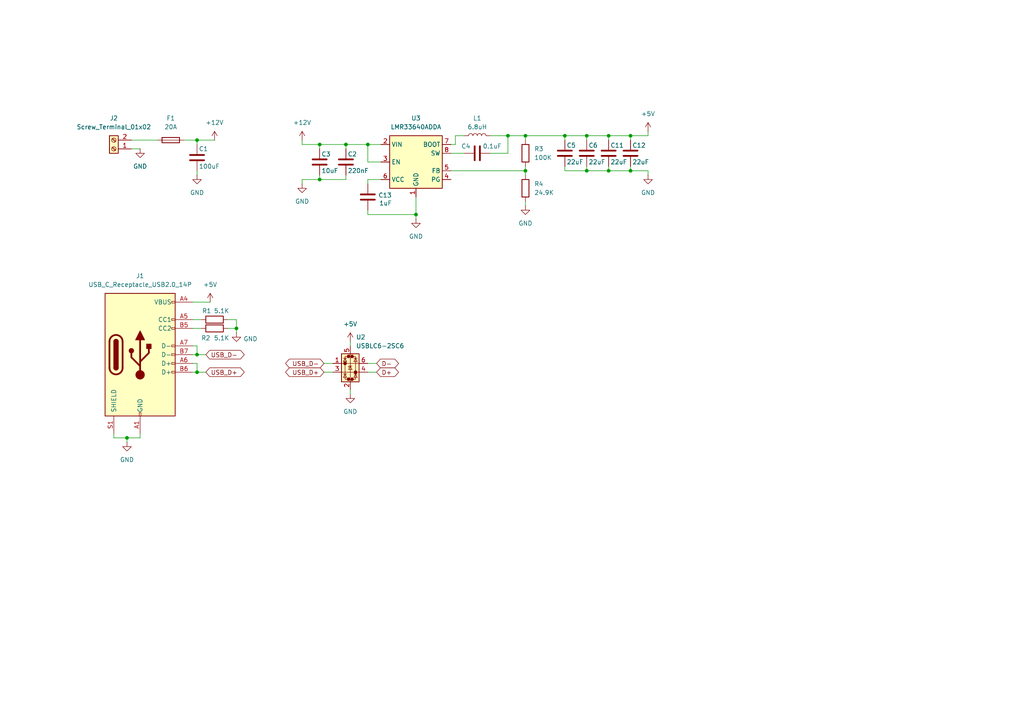
<source format=kicad_sch>
(kicad_sch (version 20250114) (generator "eeschema") (generator_version "9.0")
  (paper "A4")
  (lib_symbols
    (symbol "Connector:Screw_Terminal_01x02" (pin_names (offset 1.016) (hide yes))
      (property "Reference" "J" (at 0 2.54 0))
      (property "Value" "Screw_Terminal_01x02" (at 0 -5.08 0))
      (symbol "Screw_Terminal_01x02_1_1"
        (rectangle (start -1.27 1.27) (end 1.27 -3.81) (stroke (width 0.254)) (fill (type background)))
        (polyline (pts (xy -0.5334 0.3302) (xy 0.3302 -0.508)) (stroke (width 0.1524)))
        (polyline (pts (xy -0.5334 -2.2098) (xy 0.3302 -3.048)) (stroke (width 0.1524)))
        (polyline (pts (xy -0.3556 0.508) (xy 0.508 -0.3302)) (stroke (width 0.1524)))
        (polyline (pts (xy -0.3556 -2.032) (xy 0.508 -2.8702)) (stroke (width 0.1524)))
        (circle (center 0 0) (radius 0.635) (stroke (width 0.1524)))
        (circle (center 0 -2.54) (radius 0.635) (stroke (width 0.1524)))
        (pin passive line (at -5.08 0 0) (length 3.81) (name "Pin_1") (number "1"))
        (pin passive line (at -5.08 -2.54 0) (length 3.81) (name "Pin_2") (number "2"))
      )
    )
    (symbol "Connector:USB_C_Receptacle_USB2.0_14P" (pin_names (offset 1.016))
      (property "Reference" "J" (at 0 22.225 0))
      (property "Value" "USB_C_Receptacle_USB2.0_14P" (at 0 19.685 0))
      (symbol "USB_C_Receptacle_USB2.0_14P_0_0"
        (rectangle (start -0.254 -17.78) (end 0.254 -16.764))
        (rectangle (start 10.16 15.494) (end 9.144 14.986))
        (rectangle (start 10.16 10.414) (end 9.144 9.906))
        (rectangle (start 10.16 7.874) (end 9.144 7.366))
        (rectangle (start 10.16 2.794) (end 9.144 2.286))
        (rectangle (start 10.16 0.254) (end 9.144 -0.254))
        (rectangle (start 10.16 -2.286) (end 9.144 -2.794))
        (rectangle (start 10.16 -4.826) (end 9.144 -5.334))
      )
      (symbol "USB_C_Receptacle_USB2.0_14P_0_1"
        (rectangle (start -10.16 17.78) (end 10.16 -17.78) (stroke (width 0.254)) (fill (type background)))
        (polyline (pts (xy -8.89 -3.81) (xy -8.89 3.81)) (stroke (width 0.508)))
        (rectangle (start -7.62 -3.81) (end -6.35 3.81) (stroke (width 0.254)) (fill (type outline)))
        (arc (start -7.62 3.81) (mid -6.985 4.4423) (end -6.35 3.81) (stroke (width 0.254)))
        (arc (start -7.62 3.81) (mid -6.985 4.4423) (end -6.35 3.81) (stroke (width 0.254)) (fill (type outline)))
        (arc (start -8.89 3.81) (mid -6.985 5.7067) (end -5.08 3.81) (stroke (width 0.508)))
        (arc (start -5.08 -3.81) (mid -6.985 -5.7067) (end -8.89 -3.81) (stroke (width 0.508)))
        (arc (start -6.35 -3.81) (mid -6.985 -4.4423) (end -7.62 -3.81) (stroke (width 0.254)))
        (arc (start -6.35 -3.81) (mid -6.985 -4.4423) (end -7.62 -3.81) (stroke (width 0.254)) (fill (type outline)))
        (polyline (pts (xy -5.08 3.81) (xy -5.08 -3.81)) (stroke (width 0.508)))
        (circle (center -2.54 1.143) (radius 0.635) (stroke (width 0.254)) (fill (type outline)))
        (polyline (pts (xy -1.27 4.318) (xy 0 6.858) (xy 1.27 4.318) (xy -1.27 4.318)) (stroke (width 0.254)) (fill (type outline)))
        (polyline (pts (xy 0 -2.032) (xy 2.54 0.508) (xy 2.54 1.778)) (stroke (width 0.508)))
        (polyline (pts (xy 0 -3.302) (xy -2.54 -0.762) (xy -2.54 0.508)) (stroke (width 0.508)))
        (polyline (pts (xy 0 -5.842) (xy 0 4.318)) (stroke (width 0.508)))
        (circle (center 0 -5.842) (radius 1.27) (fill (type outline)))
        (rectangle (start 1.905 1.778) (end 3.175 3.048) (stroke (width 0.254)) (fill (type outline)))
      )
      (symbol "USB_C_Receptacle_USB2.0_14P_1_1"
        (pin passive line (at -7.62 -22.86 90) (length 5.08) (name "SHIELD") (number "S1"))
        (pin passive line (at 0 -22.86 90) (length 5.08) (name "GND") (number "A1"))
        (pin passive line (at 0 -22.86 90) (length 5.08) (hide yes) (name "GND") (number "A12"))
        (pin passive line (at 0 -22.86 90) (length 5.08) (hide yes) (name "GND") (number "B1"))
        (pin passive line (at 0 -22.86 90) (length 5.08) (hide yes) (name "GND") (number "B12"))
        (pin passive line (at 15.24 15.24 180) (length 5.08) (name "VBUS") (number "A4"))
        (pin passive line (at 15.24 15.24 180) (length 5.08) (hide yes) (name "VBUS") (number "A9"))
        (pin passive line (at 15.24 15.24 180) (length 5.08) (hide yes) (name "VBUS") (number "B4"))
        (pin passive line (at 15.24 15.24 180) (length 5.08) (hide yes) (name "VBUS") (number "B9"))
        (pin bidirectional line (at 15.24 10.16 180) (length 5.08) (name "CC1") (number "A5"))
        (pin bidirectional line (at 15.24 7.62 180) (length 5.08) (name "CC2") (number "B5"))
        (pin bidirectional line (at 15.24 2.54 180) (length 5.08) (name "D-") (number "A7"))
        (pin bidirectional line (at 15.24 0 180) (length 5.08) (name "D-") (number "B7"))
        (pin bidirectional line (at 15.24 -2.54 180) (length 5.08) (name "D+") (number "A6"))
        (pin bidirectional line (at 15.24 -5.08 180) (length 5.08) (name "D+") (number "B6"))
      )
    )
    (symbol "Device:C" (pin_numbers (hide yes)) (pin_names (offset 0.254))
      (property "Reference" "C" (at 0.635 2.54 0))
      (property "Value" "C" (at 0.635 -2.54 0))
      (symbol "C_0_1"
        (polyline (pts (xy -2.032 0.762) (xy 2.032 0.762)) (stroke (width 0.508)))
        (polyline (pts (xy -2.032 -0.762) (xy 2.032 -0.762)) (stroke (width 0.508)))
      )
      (symbol "C_1_1"
        (pin passive line (at 0 3.81 270) (length 2.794) (name "~") (number "1"))
        (pin passive line (at 0 -3.81 90) (length 2.794) (name "~") (number "2"))
      )
    )
    (symbol "Device:Fuse" (pin_numbers (hide yes)) (pin_names (offset 0))
      (property "Reference" "F" (at 2.032 0 90))
      (property "Value" "Fuse" (at -1.905 0 90))
      (symbol "Fuse_0_1"
        (rectangle (start -0.762 -2.54) (end 0.762 2.54) (stroke (width 0.254)))
        (polyline (pts (xy 0 2.54) (xy 0 -2.54)))
      )
      (symbol "Fuse_1_1"
        (pin passive line (at 0 3.81 270) (length 1.27) (name "~") (number "1"))
        (pin passive line (at 0 -3.81 90) (length 1.27) (name "~") (number "2"))
      )
    )
    (symbol "Device:L" (pin_numbers (hide yes)) (pin_names (offset 1.016) (hide yes))
      (property "Reference" "L" (at -1.27 0 90))
      (property "Value" "L" (at 1.905 0 90))
      (symbol "L_0_1"
        (arc (start 0 2.54) (mid 0.6323 1.905) (end 0 1.27))
        (arc (start 0 1.27) (mid 0.6323 0.635) (end 0 0))
        (arc (start 0 0) (mid 0.6323 -0.635) (end 0 -1.27))
        (arc (start 0 -1.27) (mid 0.6323 -1.905) (end 0 -2.54))
      )
      (symbol "L_1_1"
        (pin passive line (at 0 3.81 270) (length 1.27) (name "1") (number "1"))
        (pin passive line (at 0 -3.81 90) (length 1.27) (name "2") (number "2"))
      )
    )
    (symbol "Device:R" (pin_numbers (hide yes)) (pin_names (offset 0))
      (property "Reference" "R" (at 2.032 0 90))
      (property "Value" "R" (at 0 0 90))
      (symbol "R_0_1"
        (rectangle (start -1.016 -2.54) (end 1.016 2.54) (stroke (width 0.254)))
      )
      (symbol "R_1_1"
        (pin passive line (at 0 3.81 270) (length 1.27) (name "~") (number "1"))
        (pin passive line (at 0 -3.81 90) (length 1.27) (name "~") (number "2"))
      )
    )
    (symbol "Power_Protection:USBLC6-2SC6" (pin_names (hide yes))
      (property "Reference" "U" (at 0.635 5.715 0))
      (property "Value" "USBLC6-2SC6" (at 0.635 3.81 0))
      (symbol "USBLC6-2SC6_0_0"
        (circle (center -1.524 0) (radius 0.0001) (stroke (width 0.508)))
        (circle (center -0.508 2.032) (radius 0.0001) (stroke (width 0.508)))
        (circle (center -0.508 -4.572) (radius 0.0001) (stroke (width 0.508)))
        (circle (center 0.508 2.032) (radius 0.0001) (stroke (width 0.508)))
        (circle (center 0.508 -4.572) (radius 0.0001) (stroke (width 0.508)))
        (circle (center 1.524 -2.54) (radius 0.0001) (stroke (width 0.508)))
      )
      (symbol "USBLC6-2SC6_0_1"
        (polyline (pts (xy -2.54 0) (xy 2.54 0)))
        (polyline (pts (xy -2.54 -2.54) (xy 2.54 -2.54)))
        (polyline (pts (xy -2.032 0.508) (xy -1.016 0.508) (xy -1.524 1.524) (xy -2.032 0.508)))
        (polyline (pts (xy -2.032 -3.048) (xy -1.016 -3.048)))
        (polyline (pts (xy -1.016 1.524) (xy -2.032 1.524)))
        (polyline (pts (xy -1.016 -4.064) (xy -2.032 -4.064) (xy -1.524 -3.048) (xy -1.016 -4.064)))
        (polyline (pts (xy -0.508 -1.143) (xy -0.508 -0.762) (xy 0.508 -0.762)))
        (polyline (pts (xy 0 2.54) (xy -0.508 2.032) (xy 0.508 2.032) (xy 0 1.524) (xy 0 -4.064) (xy -0.508 -4.572) (xy 0.508 -4.572) (xy 0 -5.08)))
        (polyline (pts (xy 0.508 -1.778) (xy -0.508 -1.778) (xy 0 -0.762) (xy 0.508 -1.778)))
        (polyline (pts (xy 1.016 1.524) (xy 2.032 1.524)))
        (polyline (pts (xy 1.016 -3.048) (xy 2.032 -3.048)))
        (polyline (pts (xy 2.032 0.508) (xy 1.016 0.508) (xy 1.524 1.524) (xy 2.032 0.508)))
        (polyline (pts (xy 2.032 -4.064) (xy 1.016 -4.064) (xy 1.524 -3.048) (xy 2.032 -4.064)))
      )
      (symbol "USBLC6-2SC6_1_1"
        (rectangle (start -2.54 2.794) (end 2.54 -5.334) (stroke (width 0.254)) (fill (type background)))
        (polyline (pts (xy -0.508 2.032) (xy -1.524 2.032) (xy -1.524 -4.572) (xy -0.508 -4.572)))
        (polyline (pts (xy 0.508 -4.572) (xy 1.524 -4.572) (xy 1.524 2.032) (xy 0.508 2.032)))
        (pin passive line (at -5.08 0 0) (length 2.54) (name "I/O1") (number "1"))
        (pin passive line (at -5.08 -2.54 0) (length 2.54) (name "I/O2") (number "3"))
        (pin passive line (at 0 5.08 270) (length 2.54) (name "VBUS") (number "5"))
        (pin passive line (at 0 -7.62 90) (length 2.54) (name "GND") (number "2"))
        (pin passive line (at 5.08 0 180) (length 2.54) (name "I/O1") (number "6"))
        (pin passive line (at 5.08 -2.54 180) (length 2.54) (name "I/O2") (number "4"))
      )
    )
    (symbol "Regulator_Switching:LMR33640ADDA"
      (property "Reference" "U" (at 0 11.43 0))
      (property "Value" "LMR33640ADDA" (at 0 8.89 0))
      (symbol "LMR33640ADDA_0_1"
        (rectangle (start -7.62 7.62) (end 7.62 -7.62) (stroke (width 0.254)) (fill (type background)))
      )
      (symbol "LMR33640ADDA_1_1"
        (pin power_in line (at -10.16 5.08 0) (length 2.54) (name "VIN") (number "2"))
        (pin input line (at -10.16 0 0) (length 2.54) (name "EN") (number "3"))
        (pin power_out line (at -10.16 -5.08 0) (length 2.54) (name "VCC") (number "6"))
        (pin power_in line (at 0 -10.16 90) (length 2.54) (name "GND") (number "1"))
        (pin passive line (at 0 -10.16 90) (length 2.54) (hide yes) (name "GND") (number "9"))
        (pin input line (at 10.16 5.08 180) (length 2.54) (name "BOOT") (number "7"))
        (pin output line (at 10.16 2.54 180) (length 2.54) (name "SW") (number "8"))
        (pin input line (at 10.16 -2.54 180) (length 2.54) (name "FB") (number "5"))
        (pin open_collector line (at 10.16 -5.08 180) (length 2.54) (name "PG") (number "4"))
      )
    )
    (symbol "power:+12V" (power) (pin_numbers (hide yes)) (pin_names (offset 0) (hide yes))
      (property "Value" "+12V" (at 0 3.556 0))
      (symbol "+12V_0_1"
        (polyline (pts (xy -0.762 1.27) (xy 0 2.54)))
        (polyline (pts (xy 0 2.54) (xy 0.762 1.27)))
        (polyline (pts (xy 0 0) (xy 0 2.54)))
      )
      (symbol "+12V_1_1"
        (pin power_in line (at 0 0 90) (length 0) (name "~") (number "1"))
      )
    )
    (symbol "power:+5V" (power) (pin_numbers (hide yes)) (pin_names (offset 0) (hide yes))
      (property "Value" "+5V" (at 0 3.556 0))
      (symbol "+5V_0_1"
        (polyline (pts (xy -0.762 1.27) (xy 0 2.54)))
        (polyline (pts (xy 0 2.54) (xy 0.762 1.27)))
        (polyline (pts (xy 0 0) (xy 0 2.54)))
      )
      (symbol "+5V_1_1"
        (pin power_in line (at 0 0 90) (length 0) (name "~") (number "1"))
      )
    )
    (symbol "power:GND" (power) (pin_numbers (hide yes)) (pin_names (offset 0) (hide yes))
      (property "Value" "GND" (at 0 -3.81 0))
      (symbol "GND_0_1"
        (polyline (pts (xy 0 0) (xy 0 -1.27) (xy 1.27 -1.27) (xy 0 -2.54) (xy -1.27 -1.27) (xy 0 -1.27)))
      )
      (symbol "GND_1_1"
        (pin power_in line (at 0 0 270) (length 0) (name "~") (number "1"))
      )
    )
  )
  (junction (at 182.88 39.37))
  (junction (at 176.53 49.53))
  (junction (at 57.15 40.64))
  (junction (at 92.71 52.07))
  (junction (at 92.71 41.91))
  (junction (at 176.53 39.37))
  (junction (at 120.65 62.23))
  (junction (at 36.83 127))
  (junction (at 100.33 41.91))
  (junction (at 57.15 102.87))
  (junction (at 182.88 49.53))
  (junction (at 152.4 49.53))
  (junction (at 57.15 107.95))
  (junction (at 163.83 39.37))
  (junction (at 152.4 39.37))
  (junction (at 106.68 41.91))
  (junction (at 170.18 39.37))
  (junction (at 170.18 49.53))
  (junction (at 147.32 39.37))
  (junction (at 68.58 95.25))
  (wire (pts (xy 87.63 41.91) (xy 87.63 40.64)))
  (wire (pts (xy 176.53 49.53) (xy 170.18 49.53)))
  (wire (pts (xy 170.18 49.53) (xy 163.83 49.53)))
  (wire (pts (xy 93.98 107.95) (xy 96.52 107.95)))
  (wire (pts (xy 130.81 49.53) (xy 152.4 49.53)))
  (wire (pts (xy 58.42 95.25) (xy 55.88 95.25)))
  (wire (pts (xy 58.42 92.71) (xy 55.88 92.71)))
  (wire (pts (xy 87.63 52.07) (xy 92.71 52.07)))
  (wire (pts (xy 87.63 41.91) (xy 92.71 41.91)))
  (wire (pts (xy 152.4 49.53) (xy 152.4 50.8)))
  (wire (pts (xy 187.96 49.53) (xy 187.96 50.8)))
  (wire (pts (xy 152.4 48.26) (xy 152.4 49.53)))
  (wire (pts (xy 92.71 52.07) (xy 100.33 52.07)))
  (wire (pts (xy 93.98 105.41) (xy 96.52 105.41)))
  (wire (pts (xy 163.83 39.37) (xy 170.18 39.37)))
  (wire (pts (xy 62.23 40.64) (xy 57.15 40.64)))
  (wire (pts (xy 147.32 44.45) (xy 142.24 44.45)))
  (wire (pts (xy 68.58 95.25) (xy 68.58 92.71)))
  (wire (pts (xy 120.65 63.5) (xy 120.65 62.23)))
  (wire (pts (xy 182.88 49.53) (xy 182.88 48.26)))
  (wire (pts (xy 101.6 114.3) (xy 101.6 113.03)))
  (wire (pts (xy 33.02 125.73) (xy 33.02 127)))
  (wire (pts (xy 170.18 39.37) (xy 170.18 40.64)))
  (wire (pts (xy 57.15 107.95) (xy 59.69 107.95)))
  (wire (pts (xy 100.33 52.07) (xy 100.33 50.8)))
  (wire (pts (xy 55.88 100.33) (xy 57.15 100.33)))
  (wire (pts (xy 120.65 57.15) (xy 120.65 62.23)))
  (wire (pts (xy 109.22 105.41) (xy 106.68 105.41)))
  (wire (pts (xy 130.81 44.45) (xy 134.62 44.45)))
  (wire (pts (xy 187.96 49.53) (xy 182.88 49.53)))
  (wire (pts (xy 163.83 49.53) (xy 163.83 48.26)))
  (wire (pts (xy 55.88 107.95) (xy 57.15 107.95)))
  (wire (pts (xy 176.53 39.37) (xy 182.88 39.37)))
  (wire (pts (xy 170.18 49.53) (xy 170.18 48.26)))
  (wire (pts (xy 187.96 39.37) (xy 182.88 39.37)))
  (wire (pts (xy 68.58 95.25) (xy 66.04 95.25)))
  (wire (pts (xy 152.4 39.37) (xy 152.4 40.64)))
  (wire (pts (xy 36.83 127) (xy 40.64 127)))
  (wire (pts (xy 45.72 40.64) (xy 38.1 40.64)))
  (wire (pts (xy 130.81 41.91) (xy 132.08 41.91)))
  (wire (pts (xy 92.71 41.91) (xy 100.33 41.91)))
  (wire (pts (xy 182.88 49.53) (xy 176.53 49.53)))
  (wire (pts (xy 57.15 40.64) (xy 53.34 40.64)))
  (wire (pts (xy 87.63 52.07) (xy 87.63 53.34)))
  (wire (pts (xy 176.53 49.53) (xy 176.53 48.26)))
  (wire (pts (xy 109.22 107.95) (xy 106.68 107.95)))
  (wire (pts (xy 147.32 39.37) (xy 152.4 39.37)))
  (wire (pts (xy 132.08 41.91) (xy 132.08 39.37)))
  (wire (pts (xy 106.68 62.23) (xy 106.68 60.96)))
  (wire (pts (xy 170.18 39.37) (xy 176.53 39.37)))
  (wire (pts (xy 176.53 39.37) (xy 176.53 40.64)))
  (wire (pts (xy 57.15 41.91) (xy 57.15 40.64)))
  (wire (pts (xy 182.88 39.37) (xy 182.88 40.64)))
  (wire (pts (xy 92.71 52.07) (xy 92.71 50.8)))
  (wire (pts (xy 40.64 125.73) (xy 40.64 127)))
  (wire (pts (xy 60.96 87.63) (xy 55.88 87.63)))
  (wire (pts (xy 152.4 39.37) (xy 163.83 39.37)))
  (wire (pts (xy 92.71 43.18) (xy 92.71 41.91)))
  (wire (pts (xy 68.58 96.52) (xy 68.58 95.25)))
  (wire (pts (xy 40.64 43.18) (xy 38.1 43.18)))
  (wire (pts (xy 36.83 128.27) (xy 36.83 127)))
  (wire (pts (xy 152.4 59.69) (xy 152.4 58.42)))
  (wire (pts (xy 147.32 39.37) (xy 147.32 44.45)))
  (wire (pts (xy 142.24 39.37) (xy 147.32 39.37)))
  (wire (pts (xy 57.15 50.8) (xy 57.15 49.53)))
  (wire (pts (xy 68.58 92.71) (xy 66.04 92.71)))
  (wire (pts (xy 106.68 46.99) (xy 106.68 41.91)))
  (wire (pts (xy 110.49 46.99) (xy 106.68 46.99)))
  (wire (pts (xy 57.15 107.95) (xy 57.15 105.41)))
  (wire (pts (xy 101.6 99.06) (xy 101.6 100.33)))
  (wire (pts (xy 33.02 127) (xy 36.83 127)))
  (wire (pts (xy 57.15 100.33) (xy 57.15 102.87)))
  (wire (pts (xy 163.83 40.64) (xy 163.83 39.37)))
  (wire (pts (xy 55.88 102.87) (xy 57.15 102.87)))
  (wire (pts (xy 187.96 39.37) (xy 187.96 38.1)))
  (wire (pts (xy 106.68 62.23) (xy 120.65 62.23)))
  (wire (pts (xy 132.08 39.37) (xy 134.62 39.37)))
  (wire (pts (xy 100.33 43.18) (xy 100.33 41.91)))
  (wire (pts (xy 106.68 41.91) (xy 110.49 41.91)))
  (wire (pts (xy 106.68 52.07) (xy 110.49 52.07)))
  (wire (pts (xy 57.15 102.87) (xy 59.69 102.87)))
  (wire (pts (xy 55.88 105.41) (xy 57.15 105.41)))
  (wire (pts (xy 100.33 41.91) (xy 106.68 41.91)))
  (wire (pts (xy 106.68 53.34) (xy 106.68 52.07)))
  (global_label "USB_D-" (shape bidirectional) (at 59.69 102.87 0) (property "Intersheetrefs" "${INTERSHEET_REFS}" (effects (hide yes))))
  (global_label "D+" (shape bidirectional) (at 109.22 107.95 0) (property "Intersheetrefs" "${INTERSHEET_REFS}" (effects (hide yes))))
  (global_label "USB_D+" (shape bidirectional) (at 59.69 107.95 0) (property "Intersheetrefs" "${INTERSHEET_REFS}" (effects (hide yes))))
  (global_label "USB_D-" (shape bidirectional) (at 93.98 105.41 180) (property "Intersheetrefs" "${INTERSHEET_REFS}" (effects (hide yes))))
  (global_label "USB_D+" (shape bidirectional) (at 93.98 107.95 180) (property "Intersheetrefs" "${INTERSHEET_REFS}" (effects (hide yes))))
  (global_label "D-" (shape bidirectional) (at 109.22 105.41 0) (property "Intersheetrefs" "${INTERSHEET_REFS}" (effects (hide yes))))
  (symbol (lib_id "power:GND") (at 101.6 114.3 0) (unit 1)
    (property "Reference" "#PWR011" (effects (hide yes)))
    (property "Value" "GND" (at 101.6 119.38 0))
    (property "Description" "Power symbol creates a global label with name \"GND\" , ground" (effects (hide yes)))
  )
  (symbol (lib_id "Device:R") (at 62.23 95.25 90) (unit 1)
    (property "Reference" "R2" (at 59.69 98.044 90))
    (property "Value" "5.1K" (at 64.262 98.044 90))
    (property "Description" "Resistor" (effects (hide yes)))
  )
  (symbol (lib_id "power:GND") (at 120.65 63.5 0) (unit 1)
    (property "Reference" "#PWR015" (effects (hide yes)))
    (property "Value" "GND" (at 120.65 68.58 0))
    (property "Description" "Power symbol creates a global label with name \"GND\" , ground" (effects (hide yes)))
  )
  (symbol (lib_id "Device:C") (at 176.53 44.45 0) (unit 1)
    (property "Reference" "C11" (at 177.038 42.164 0) (effects (justify left)))
    (property "Value" "22uF" (at 177.038 46.99 0) (effects (justify left)))
    (property "Description" "Unpolarized capacitor" (effects (hide yes)))
  )
  (symbol (lib_id "power:+5V") (at 187.96 38.1 0) (unit 1)
    (property "Reference" "#PWR016" (effects (hide yes)))
    (property "Value" "+5V" (at 187.96 33.02 0))
    (property "Description" "Power symbol creates a global label with name \"+5V\"" (effects (hide yes)))
  )
  (symbol (lib_id "Connector:Screw_Terminal_01x02") (at 33.02 43.18 180) (unit 1)
    (property "Reference" "J2" (at 33.02 34.29 0))
    (property "Value" "Screw_Terminal_01x02" (at 33.02 36.83 0))
    (property "Description" "Generic screw terminal, single row, 01x02, script generated (kicad-library-utils/schlib/autogen/connector/)" (effects (hide yes)))
  )
  (symbol (lib_id "power:GND") (at 40.64 43.18 0) (unit 1)
    (property "Reference" "#PWR04" (effects (hide yes)))
    (property "Value" "GND" (at 40.64 48.26 0))
    (property "Description" "Power symbol creates a global label with name \"GND\" , ground" (effects (hide yes)))
  )
  (symbol (lib_id "Device:Fuse") (at 49.53 40.64 90) (unit 1)
    (property "Reference" "F1" (at 49.53 34.29 90))
    (property "Value" "20A" (at 49.53 36.83 90))
    (property "Description" "Fuse" (effects (hide yes)))
  )
  (symbol (lib_id "Device:L") (at 138.43 39.37 90) (unit 1)
    (property "Reference" "L1" (at 138.43 34.29 90))
    (property "Value" "6.8uH" (at 138.43 36.83 90))
    (property "Description" "Inductor" (effects (hide yes)))
  )
  (symbol (lib_id "Device:C") (at 163.83 44.45 0) (unit 1)
    (property "Reference" "C5" (at 164.338 42.164 0) (effects (justify left)))
    (property "Value" "22uF" (at 164.338 46.99 0) (effects (justify left)))
    (property "Description" "Unpolarized capacitor" (effects (hide yes)))
  )
  (symbol (lib_id "Device:C") (at 138.43 44.45 90) (unit 1)
    (property "Reference" "C4" (at 135.128 42.418 90))
    (property "Value" "0.1uF" (at 142.748 42.418 90))
    (property "Description" "Unpolarized capacitor" (effects (hide yes)))
  )
  (symbol (lib_id "Device:C") (at 170.18 44.45 0) (unit 1)
    (property "Reference" "C6" (at 170.688 42.164 0) (effects (justify left)))
    (property "Value" "22uF" (at 170.688 46.99 0) (effects (justify left)))
    (property "Description" "Unpolarized capacitor" (effects (hide yes)))
  )
  (symbol (lib_id "Device:C") (at 182.88 44.45 0) (unit 1)
    (property "Reference" "C12" (at 183.388 42.164 0) (effects (justify left)))
    (property "Value" "22uF" (at 183.388 46.99 0) (effects (justify left)))
    (property "Description" "Unpolarized capacitor" (effects (hide yes)))
  )
  (symbol (lib_id "Device:C") (at 106.68 57.15 0) (unit 1)
    (property "Reference" "C13" (at 109.728 56.642 0) (effects (justify left)))
    (property "Value" "1uF" (at 109.982 58.928 0) (effects (justify left)))
    (property "Description" "Unpolarized capacitor" (effects (hide yes)))
  )
  (symbol (lib_id "Power_Protection:USBLC6-2SC6") (at 101.6 105.41 0) (unit 1)
    (property "Reference" "U2" (at 103.2511 97.79 0) (effects (justify left)))
    (property "Value" "USBLC6-2SC6" (at 103.2511 100.33 0) (effects (justify left)))
    (property "Footprint" "Package_TO_SOT_SMD:SOT-23-6" (effects (hide yes)))
    (property "Datasheet" "https://www.st.com/resource/en/datasheet/usblc6-2.pdf" (effects (hide yes)))
    (property "Description" "Very low capacitance ESD protection diode, 2 data-line, SOT-23-6" (effects (hide yes)))
  )
  (symbol (lib_id "power:+12V") (at 62.23 40.64 0) (unit 1)
    (property "Reference" "#PWR08" (effects (hide yes)))
    (property "Value" "+12V" (at 62.23 35.56 0))
    (property "Description" "Power symbol creates a global label with name \"+12V\"" (effects (hide yes)))
  )
  (symbol (lib_id "power:+5V") (at 60.96 87.63 0) (unit 1)
    (property "Reference" "#PWR09" (effects (hide yes)))
    (property "Value" "+5V" (at 60.96 82.55 0))
    (property "Description" "Power symbol creates a global label with name \"+5V\"" (effects (hide yes)))
  )
  (symbol (lib_id "power:GND") (at 68.58 96.52 0) (unit 1)
    (property "Reference" "#PWR010" (effects (hide yes)))
    (property "Value" "GND" (at 72.644 98.298 0))
    (property "Description" "Power symbol creates a global label with name \"GND\" , ground" (effects (hide yes)))
  )
  (symbol (lib_id "power:GND") (at 87.63 53.34 0) (unit 1)
    (property "Reference" "#PWR014" (effects (hide yes)))
    (property "Value" "GND" (at 87.63 58.42 0))
    (property "Description" "Power symbol creates a global label with name \"GND\" , ground" (effects (hide yes)))
  )
  (symbol (lib_id "Device:C") (at 92.71 46.99 0) (unit 1)
    (property "Reference" "C3" (at 93.218 44.704 0) (effects (justify left)))
    (property "Value" "10uF" (at 93.218 49.53 0) (effects (justify left)))
    (property "Description" "Unpolarized capacitor" (effects (hide yes)))
  )
  (symbol (lib_id "Device:R") (at 62.23 92.71 90) (unit 1)
    (property "Reference" "R1" (at 59.944 90.17 90))
    (property "Value" "5.1K" (at 64.262 90.17 90))
    (property "Description" "Resistor" (effects (hide yes)))
  )
  (symbol (lib_id "power:GND") (at 57.15 50.8 0) (unit 1)
    (property "Reference" "#PWR05" (effects (hide yes)))
    (property "Value" "GND" (at 57.15 55.88 0))
    (property "Description" "Power symbol creates a global label with name \"GND\" , ground" (effects (hide yes)))
  )
  (symbol (lib_id "power:+12V") (at 87.63 40.64 0) (unit 1)
    (property "Reference" "#PWR013" (effects (hide yes)))
    (property "Value" "+12V" (at 87.63 35.56 0))
    (property "Description" "Power symbol creates a global label with name \"+12V\"" (effects (hide yes)))
  )
  (symbol (lib_id "Device:C") (at 100.33 46.99 0) (unit 1)
    (property "Reference" "C2" (at 100.838 44.704 0) (effects (justify left)))
    (property "Value" "220nF" (at 100.838 49.53 0) (effects (justify left)))
    (property "Description" "Unpolarized capacitor" (effects (hide yes)))
  )
  (symbol (lib_id "Device:C") (at 57.15 45.72 0) (unit 1)
    (property "Reference" "C1" (at 57.658 43.18 0) (effects (justify left)))
    (property "Value" "100uF" (at 57.658 48.26 0) (effects (justify left)))
    (property "Description" "Unpolarized capacitor" (effects (hide yes)))
  )
  (symbol (lib_id "Device:R") (at 152.4 54.61 0) (unit 1)
    (property "Reference" "R4" (at 154.94 53.3399 0) (effects (justify left)))
    (property "Value" "24.9K" (at 154.94 55.8799 0) (effects (justify left)))
    (property "Description" "Resistor" (effects (hide yes)))
  )
  (symbol (lib_id "Regulator_Switching:LMR33640ADDA") (at 120.65 46.99 0) (unit 1)
    (property "Reference" "U3" (at 120.65 34.29 0))
    (property "Value" "LMR33640ADDA" (at 120.65 36.83 0))
    (property "Footprint" "Package_SO:Texas_HSOP-8-1EP_3.9x4.9mm_P1.27mm_ThermalVias" (effects (hide yes)))
    (property "Datasheet" "http://www.ti.com/lit/ds/symlink/lmr33640.pdf" (effects (hide yes)))
    (property "Description" "Simple Switcher Synchronous Buck Regulator, Vin=3.8-36V, Iout=4A, F=400kHz, Adjustable output voltage, HSOP-8" (effects (hide yes)))
  )
  (symbol (lib_id "Connector:USB_C_Receptacle_USB2.0_14P") (at 40.64 102.87 0) (unit 1)
    (property "Reference" "J1" (at 40.64 80.01 0))
    (property "Value" "USB_C_Receptacle_USB2.0_14P" (at 40.64 82.55 0))
    (property "Datasheet" "https://www.usb.org/sites/default/files/documents/usb_type-c.zip" (effects (hide yes)))
    (property "Description" "USB 2.0-only 14P Type-C Receptacle connector" (effects (hide yes)))
  )
  (symbol (lib_id "power:GND") (at 152.4 59.69 0) (unit 1)
    (property "Reference" "#PWR018" (effects (hide yes)))
    (property "Value" "GND" (at 152.4 64.77 0))
    (property "Description" "Power symbol creates a global label with name \"GND\" , ground" (effects (hide yes)))
  )
  (symbol (lib_id "power:+5V") (at 101.6 99.06 0) (unit 1)
    (property "Reference" "#PWR012" (effects (hide yes)))
    (property "Value" "+5V" (at 101.6 93.98 0))
    (property "Description" "Power symbol creates a global label with name \"+5V\"" (effects (hide yes)))
  )
  (symbol (lib_id "Device:R") (at 152.4 44.45 0) (unit 1)
    (property "Reference" "R3" (at 154.94 43.1799 0) (effects (justify left)))
    (property "Value" "100K" (at 154.94 45.7199 0) (effects (justify left)))
    (property "Description" "Resistor" (effects (hide yes)))
  )
  (symbol (lib_id "power:GND") (at 187.96 50.8 0) (unit 1)
    (property "Reference" "#PWR017" (effects (hide yes)))
    (property "Value" "GND" (at 187.96 55.88 0))
    (property "Description" "Power symbol creates a global label with name \"GND\" , ground" (effects (hide yes)))
  )
  (symbol (lib_id "power:GND") (at 36.83 128.27 0) (unit 1)
    (property "Reference" "#PWR03" (effects (hide yes)))
    (property "Value" "GND" (at 36.83 133.35 0))
    (property "Description" "Power symbol creates a global label with name \"GND\" , ground" (effects (hide yes)))
  )
)
</source>
